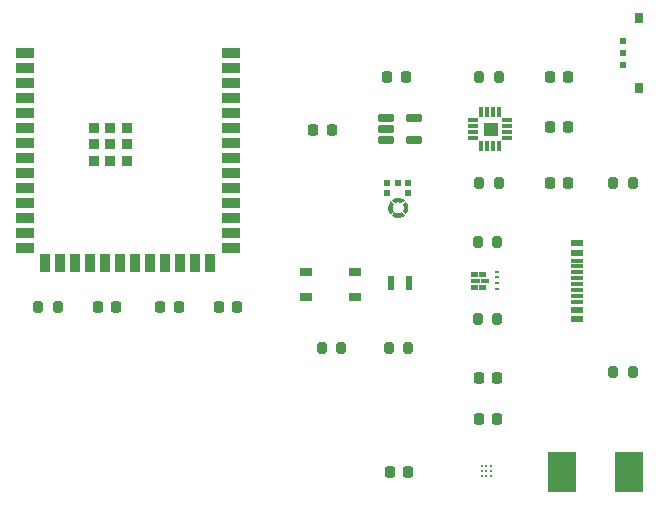
<source format=gbr>
%TF.GenerationSoftware,KiCad,Pcbnew,9.0.7*%
%TF.CreationDate,2026-01-12T23:46:57+09:00*%
%TF.ProjectId,toytalk_demo_v2,746f7974-616c-46b5-9f64-656d6f5f7632,rev?*%
%TF.SameCoordinates,Original*%
%TF.FileFunction,Paste,Top*%
%TF.FilePolarity,Positive*%
%FSLAX46Y46*%
G04 Gerber Fmt 4.6, Leading zero omitted, Abs format (unit mm)*
G04 Created by KiCad (PCBNEW 9.0.7) date 2026-01-12 23:46:57*
%MOMM*%
%LPD*%
G01*
G04 APERTURE LIST*
G04 Aperture macros list*
%AMRoundRect*
0 Rectangle with rounded corners*
0 $1 Rounding radius*
0 $2 $3 $4 $5 $6 $7 $8 $9 X,Y pos of 4 corners*
0 Add a 4 corners polygon primitive as box body*
4,1,4,$2,$3,$4,$5,$6,$7,$8,$9,$2,$3,0*
0 Add four circle primitives for the rounded corners*
1,1,$1+$1,$2,$3*
1,1,$1+$1,$4,$5*
1,1,$1+$1,$6,$7*
1,1,$1+$1,$8,$9*
0 Add four rect primitives between the rounded corners*
20,1,$1+$1,$2,$3,$4,$5,0*
20,1,$1+$1,$4,$5,$6,$7,0*
20,1,$1+$1,$6,$7,$8,$9,0*
20,1,$1+$1,$8,$9,$2,$3,0*%
G04 Aperture macros list end*
%ADD10C,0.010000*%
%ADD11C,0.001000*%
%ADD12RoundRect,0.200000X-0.200000X-0.275000X0.200000X-0.275000X0.200000X0.275000X-0.200000X0.275000X0*%
%ADD13R,1.050000X0.650000*%
%ADD14RoundRect,0.225000X0.225000X0.250000X-0.225000X0.250000X-0.225000X-0.250000X0.225000X-0.250000X0*%
%ADD15RoundRect,0.225000X-0.225000X-0.250000X0.225000X-0.250000X0.225000X0.250000X-0.225000X0.250000X0*%
%ADD16R,2.350000X3.500000*%
%ADD17R,0.700000X0.900000*%
%ADD18R,0.510000X0.600000*%
%ADD19R,0.450000X0.250000*%
%ADD20R,0.600000X0.522000*%
%ADD21R,1.500000X0.900000*%
%ADD22R,0.900000X1.500000*%
%ADD23R,0.900000X0.900000*%
%ADD24R,0.570000X1.200000*%
%ADD25C,0.250000*%
%ADD26RoundRect,0.032500X-0.397500X-0.097500X0.397500X-0.097500X0.397500X0.097500X-0.397500X0.097500X0*%
%ADD27RoundRect,0.032500X-0.097500X-0.397500X0.097500X-0.397500X0.097500X0.397500X-0.097500X0.397500X0*%
%ADD28RoundRect,0.045000X-0.630000X-0.255000X0.630000X-0.255000X0.630000X0.255000X-0.630000X0.255000X0*%
%ADD29R,1.140000X0.600000*%
%ADD30R,1.140000X0.300000*%
G04 APERTURE END LIST*
D10*
%TO.C,U5*%
X52475000Y-39975000D02*
X52000000Y-39975000D01*
X52000000Y-39625000D01*
X52475000Y-39625000D01*
X52475000Y-39975000D01*
G36*
X52475000Y-39975000D02*
G01*
X52000000Y-39975000D01*
X52000000Y-39625000D01*
X52475000Y-39625000D01*
X52475000Y-39975000D01*
G37*
X51800000Y-39975000D02*
X51325000Y-39975000D01*
X51325000Y-39625000D01*
X51800000Y-39625000D01*
X51800000Y-39975000D01*
G36*
X51800000Y-39975000D02*
G01*
X51325000Y-39975000D01*
X51325000Y-39625000D01*
X51800000Y-39625000D01*
X51800000Y-39975000D01*
G37*
X52775000Y-39350000D02*
X52150000Y-39350000D01*
X52150000Y-39150000D01*
X52775000Y-39150000D01*
X52775000Y-39350000D01*
G36*
X52775000Y-39350000D02*
G01*
X52150000Y-39350000D01*
X52150000Y-39150000D01*
X52775000Y-39150000D01*
X52775000Y-39350000D01*
G37*
X51950000Y-39350000D02*
X51325000Y-39350000D01*
X51325000Y-39150000D01*
X51950000Y-39150000D01*
X51950000Y-39350000D01*
G36*
X51950000Y-39350000D02*
G01*
X51325000Y-39350000D01*
X51325000Y-39150000D01*
X51950000Y-39150000D01*
X51950000Y-39350000D01*
G37*
X52475000Y-38875000D02*
X52000000Y-38875000D01*
X52000000Y-38525000D01*
X52475000Y-38525000D01*
X52475000Y-38875000D01*
G36*
X52475000Y-38875000D02*
G01*
X52000000Y-38875000D01*
X52000000Y-38525000D01*
X52475000Y-38525000D01*
X52475000Y-38875000D01*
G37*
X51800000Y-38875000D02*
X51325000Y-38875000D01*
X51325000Y-38525000D01*
X51800000Y-38525000D01*
X51800000Y-38875000D01*
G36*
X51800000Y-38875000D02*
G01*
X51325000Y-38875000D01*
X51325000Y-38525000D01*
X51800000Y-38525000D01*
X51800000Y-38875000D01*
G37*
D11*
%TO.C,MK1*%
X45480000Y-33604000D02*
X45594766Y-33719309D01*
X45525000Y-33764000D01*
X45410000Y-33824000D01*
X45260191Y-33870203D01*
X45100000Y-33884000D01*
X44960000Y-33874000D01*
X44880000Y-33854000D01*
X44790000Y-33824000D01*
X44695000Y-33779000D01*
X44600000Y-33714000D01*
X44715000Y-33599000D01*
X44812334Y-33500172D01*
X44875391Y-33535537D01*
X44980000Y-33574000D01*
X45100000Y-33587603D01*
X45220000Y-33574000D01*
X45330000Y-33534000D01*
X45380000Y-33499000D01*
X45480000Y-33604000D01*
G36*
X45480000Y-33604000D02*
G01*
X45594766Y-33719309D01*
X45525000Y-33764000D01*
X45410000Y-33824000D01*
X45260191Y-33870203D01*
X45100000Y-33884000D01*
X44960000Y-33874000D01*
X44880000Y-33854000D01*
X44790000Y-33824000D01*
X44695000Y-33779000D01*
X44600000Y-33714000D01*
X44715000Y-33599000D01*
X44812334Y-33500172D01*
X44875391Y-33535537D01*
X44980000Y-33574000D01*
X45100000Y-33587603D01*
X45220000Y-33574000D01*
X45330000Y-33534000D01*
X45380000Y-33499000D01*
X45480000Y-33604000D01*
G37*
X45240000Y-32274000D02*
X45330000Y-32294000D01*
X45410000Y-32324000D01*
X45510000Y-32374000D01*
X45600000Y-32434000D01*
X45485000Y-32549000D01*
X45382666Y-32647828D01*
X45324609Y-32612463D01*
X45220000Y-32574000D01*
X45100000Y-32560397D01*
X45040000Y-32564000D01*
X44980000Y-32574000D01*
X44925000Y-32589000D01*
X44870000Y-32614000D01*
X44820000Y-32639000D01*
X44725000Y-32544000D01*
X44610234Y-32428691D01*
X44685000Y-32374000D01*
X44790000Y-32324000D01*
X44939809Y-32277797D01*
X45100000Y-32264000D01*
X45240000Y-32274000D01*
G36*
X45240000Y-32274000D02*
G01*
X45330000Y-32294000D01*
X45410000Y-32324000D01*
X45510000Y-32374000D01*
X45600000Y-32434000D01*
X45485000Y-32549000D01*
X45382666Y-32647828D01*
X45324609Y-32612463D01*
X45220000Y-32574000D01*
X45100000Y-32560397D01*
X45040000Y-32564000D01*
X44980000Y-32574000D01*
X44925000Y-32589000D01*
X44870000Y-32614000D01*
X44820000Y-32639000D01*
X44725000Y-32544000D01*
X44610234Y-32428691D01*
X44685000Y-32374000D01*
X44790000Y-32324000D01*
X44939809Y-32277797D01*
X45100000Y-32264000D01*
X45240000Y-32274000D01*
G37*
X45805000Y-32669000D02*
X45850000Y-32764000D01*
X45880000Y-32839000D01*
X45896203Y-32913809D01*
X45910000Y-33009000D01*
X45910000Y-33134000D01*
X45900000Y-33214000D01*
X45880000Y-33304000D01*
X45850000Y-33384000D01*
X45805000Y-33479000D01*
X45740000Y-33574000D01*
X45620000Y-33454000D01*
X45521172Y-33356666D01*
X45561537Y-33298609D01*
X45600000Y-33194000D01*
X45613603Y-33074000D01*
X45600000Y-32954000D01*
X45560000Y-32844000D01*
X45525000Y-32794000D01*
X45630000Y-32689000D01*
X45740309Y-32574234D01*
X45805000Y-32669000D01*
G36*
X45805000Y-32669000D02*
G01*
X45850000Y-32764000D01*
X45880000Y-32839000D01*
X45896203Y-32913809D01*
X45910000Y-33009000D01*
X45910000Y-33134000D01*
X45900000Y-33214000D01*
X45880000Y-33304000D01*
X45850000Y-33384000D01*
X45805000Y-33479000D01*
X45740000Y-33574000D01*
X45620000Y-33454000D01*
X45521172Y-33356666D01*
X45561537Y-33298609D01*
X45600000Y-33194000D01*
X45613603Y-33074000D01*
X45600000Y-32954000D01*
X45560000Y-32844000D01*
X45525000Y-32794000D01*
X45630000Y-32689000D01*
X45740309Y-32574234D01*
X45805000Y-32669000D01*
G37*
X44575000Y-32684000D02*
X44673828Y-32781334D01*
X44638463Y-32849391D01*
X44595000Y-32949000D01*
X44580000Y-33069000D01*
X44576397Y-33069000D01*
X44580000Y-33079000D01*
X44595000Y-33184000D01*
X44590000Y-33194000D01*
X44595000Y-33194000D01*
X44635000Y-33304000D01*
X44670000Y-33359000D01*
X44570000Y-33459000D01*
X44459691Y-33573766D01*
X44395000Y-33474000D01*
X44350000Y-33384000D01*
X44303797Y-33234191D01*
X44290000Y-33074000D01*
X44300000Y-32934000D01*
X44320000Y-32854000D01*
X44350000Y-32764000D01*
X44400000Y-32664000D01*
X44465000Y-32569000D01*
X44575000Y-32684000D01*
G36*
X44575000Y-32684000D02*
G01*
X44673828Y-32781334D01*
X44638463Y-32849391D01*
X44595000Y-32949000D01*
X44580000Y-33069000D01*
X44576397Y-33069000D01*
X44580000Y-33079000D01*
X44595000Y-33184000D01*
X44590000Y-33194000D01*
X44595000Y-33194000D01*
X44635000Y-33304000D01*
X44670000Y-33359000D01*
X44570000Y-33459000D01*
X44459691Y-33573766D01*
X44395000Y-33474000D01*
X44350000Y-33384000D01*
X44303797Y-33234191D01*
X44290000Y-33074000D01*
X44300000Y-32934000D01*
X44320000Y-32854000D01*
X44350000Y-32764000D01*
X44400000Y-32664000D01*
X44465000Y-32569000D01*
X44575000Y-32684000D01*
G37*
D10*
%TO.C,U3*%
X53465000Y-26965000D02*
X52405000Y-26965000D01*
X52405000Y-25905000D01*
X53465000Y-25905000D01*
X53465000Y-26965000D01*
G36*
X53465000Y-26965000D02*
G01*
X52405000Y-26965000D01*
X52405000Y-25905000D01*
X53465000Y-25905000D01*
X53465000Y-26965000D01*
G37*
%TD*%
D12*
%TO.C,R5*%
X53500000Y-36000000D03*
X51850000Y-36000000D03*
%TD*%
%TO.C,R6*%
X40325000Y-45000000D03*
X38675000Y-45000000D03*
%TD*%
D13*
%TO.C,S2*%
X41500000Y-40650000D03*
X41500000Y-38500000D03*
X37350000Y-40650000D03*
X37350000Y-38500000D03*
%TD*%
D14*
%TO.C,C3*%
X44225000Y-22000000D03*
X45775000Y-22000000D03*
%TD*%
D15*
%TO.C,C2*%
X59500000Y-22000000D03*
X57950000Y-22000000D03*
%TD*%
%TO.C,C4*%
X39500000Y-26500000D03*
X37950000Y-26500000D03*
%TD*%
%TO.C,C5*%
X31500000Y-41500000D03*
X29950000Y-41500000D03*
%TD*%
%TO.C,C1*%
X59500000Y-31000000D03*
X57950000Y-31000000D03*
%TD*%
%TO.C,C7*%
X53500000Y-51000000D03*
X51950000Y-51000000D03*
%TD*%
D16*
%TO.C,L1*%
X64700000Y-55500000D03*
X59000000Y-55500000D03*
%TD*%
D17*
%TO.C,S1*%
X65500000Y-23000000D03*
X65500000Y-17000000D03*
D18*
X64145000Y-21000000D03*
X64145000Y-20000000D03*
X64145000Y-19000000D03*
%TD*%
D12*
%TO.C,R3*%
X46000000Y-45000000D03*
X44350000Y-45000000D03*
%TD*%
%TO.C,R4*%
X53500000Y-42500000D03*
X51850000Y-42500000D03*
%TD*%
%TO.C,R7*%
X53650000Y-22000000D03*
X52000000Y-22000000D03*
%TD*%
%TO.C,R8*%
X53650000Y-31000000D03*
X52000000Y-31000000D03*
%TD*%
%TO.C,R9*%
X16325000Y-41500000D03*
X14675000Y-41500000D03*
%TD*%
%TO.C,R1*%
X65000000Y-31000000D03*
X63350000Y-31000000D03*
%TD*%
%TO.C,R2*%
X65000000Y-47000000D03*
X63350000Y-47000000D03*
%TD*%
D19*
%TO.C,U5*%
X53500000Y-38500000D03*
X53500000Y-39000000D03*
X53500000Y-39500000D03*
X53500000Y-40000000D03*
%TD*%
D15*
%TO.C,C11*%
X21275000Y-41500000D03*
X19725000Y-41500000D03*
%TD*%
%TO.C,C6*%
X53500000Y-47500000D03*
X51950000Y-47500000D03*
%TD*%
%TO.C,C8*%
X46000000Y-55500000D03*
X44450000Y-55500000D03*
%TD*%
%TO.C,C9*%
X59500000Y-26275000D03*
X57950000Y-26275000D03*
%TD*%
%TO.C,C10*%
X26550000Y-41500000D03*
X25000000Y-41500000D03*
%TD*%
D20*
%TO.C,MK1*%
X44200000Y-31000000D03*
X44200000Y-31822000D03*
X46000000Y-31822000D03*
X46000000Y-31000000D03*
X45100000Y-31000000D03*
%TD*%
D21*
%TO.C,U1*%
X13500000Y-20000000D03*
X13500000Y-21270000D03*
X13500000Y-22540000D03*
X13500000Y-23810000D03*
X13500000Y-25080000D03*
X13500000Y-26350000D03*
X13500000Y-27620000D03*
X13500000Y-28890000D03*
X13500000Y-30160000D03*
X13500000Y-31430000D03*
X13500000Y-32700000D03*
X13500000Y-33970000D03*
X13500000Y-35240000D03*
X13500000Y-36510000D03*
D22*
X15265000Y-37760000D03*
X16535000Y-37760000D03*
X17805000Y-37760000D03*
X19075000Y-37760000D03*
X20345000Y-37760000D03*
X21615000Y-37760000D03*
X22885000Y-37760000D03*
X24155000Y-37760000D03*
X25425000Y-37760000D03*
X26695000Y-37760000D03*
X27965000Y-37760000D03*
X29235000Y-37760000D03*
D21*
X31000000Y-36510000D03*
X31000000Y-35240000D03*
X31000000Y-33970000D03*
X31000000Y-32700000D03*
X31000000Y-31430000D03*
X31000000Y-30160000D03*
X31000000Y-28890000D03*
X31000000Y-27620000D03*
X31000000Y-26350000D03*
X31000000Y-25080000D03*
X31000000Y-23810000D03*
X31000000Y-22540000D03*
X31000000Y-21270000D03*
X31000000Y-20000000D03*
D23*
X20750000Y-27720000D03*
X19350000Y-27720000D03*
X22150000Y-27720000D03*
X19350000Y-29120000D03*
X20750000Y-29120000D03*
X22150000Y-29120000D03*
X19350000Y-26320000D03*
X20750000Y-26320000D03*
X22150000Y-26320000D03*
%TD*%
D24*
%TO.C,D1*%
X46030000Y-39500000D03*
X44500000Y-39500000D03*
%TD*%
D25*
%TO.C,U2*%
X52200000Y-55000000D03*
X52600000Y-55000000D03*
X53000000Y-55000000D03*
X52200000Y-55400000D03*
X52600000Y-55400000D03*
X53000000Y-55400000D03*
X52200000Y-55800000D03*
X52600000Y-55800000D03*
X53000000Y-55800000D03*
%TD*%
D26*
%TO.C,U3*%
X51500000Y-25685000D03*
X51500000Y-26185000D03*
X51500000Y-26685000D03*
X51500000Y-27185000D03*
D27*
X52185000Y-27870000D03*
X52685000Y-27870000D03*
X53185000Y-27870000D03*
X53685000Y-27870000D03*
D26*
X54370000Y-27185000D03*
X54370000Y-26685000D03*
X54370000Y-26185000D03*
X54370000Y-25685000D03*
D27*
X53685000Y-25000000D03*
X53185000Y-25000000D03*
X52685000Y-25000000D03*
X52185000Y-25000000D03*
%TD*%
D28*
%TO.C,U4*%
X44130000Y-25500000D03*
X44130000Y-26450000D03*
X44130000Y-27400000D03*
X46500000Y-27400000D03*
X46500000Y-25500000D03*
%TD*%
D29*
%TO.C,J1*%
X60250000Y-42525000D03*
X60250000Y-41725000D03*
D30*
X60250000Y-40575000D03*
X60250000Y-39575000D03*
X60250000Y-39075000D03*
X60250000Y-38075000D03*
D29*
X60250000Y-36125000D03*
X60250000Y-36925000D03*
D30*
X60250000Y-37575000D03*
X60250000Y-38575000D03*
X60250000Y-40075000D03*
X60250000Y-41075000D03*
%TD*%
M02*

</source>
